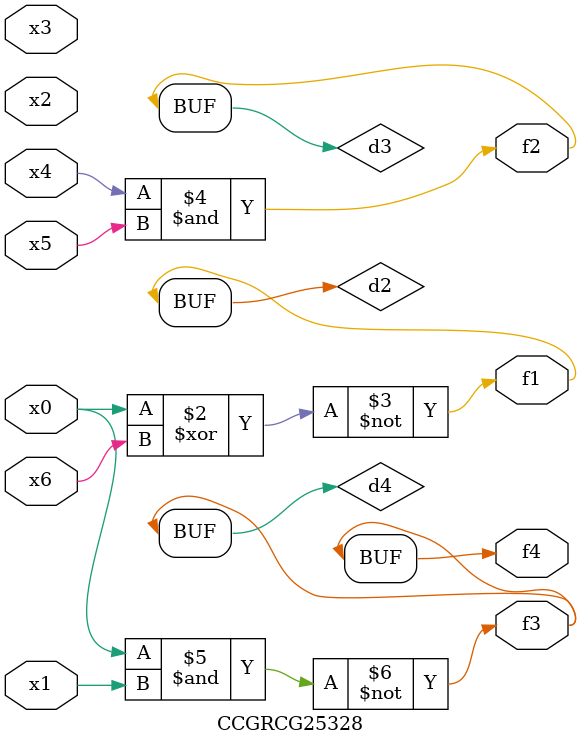
<source format=v>
module CCGRCG25328(
	input x0, x1, x2, x3, x4, x5, x6,
	output f1, f2, f3, f4
);

	wire d1, d2, d3, d4;

	nor (d1, x0);
	xnor (d2, x0, x6);
	and (d3, x4, x5);
	nand (d4, x0, x1);
	assign f1 = d2;
	assign f2 = d3;
	assign f3 = d4;
	assign f4 = d4;
endmodule

</source>
